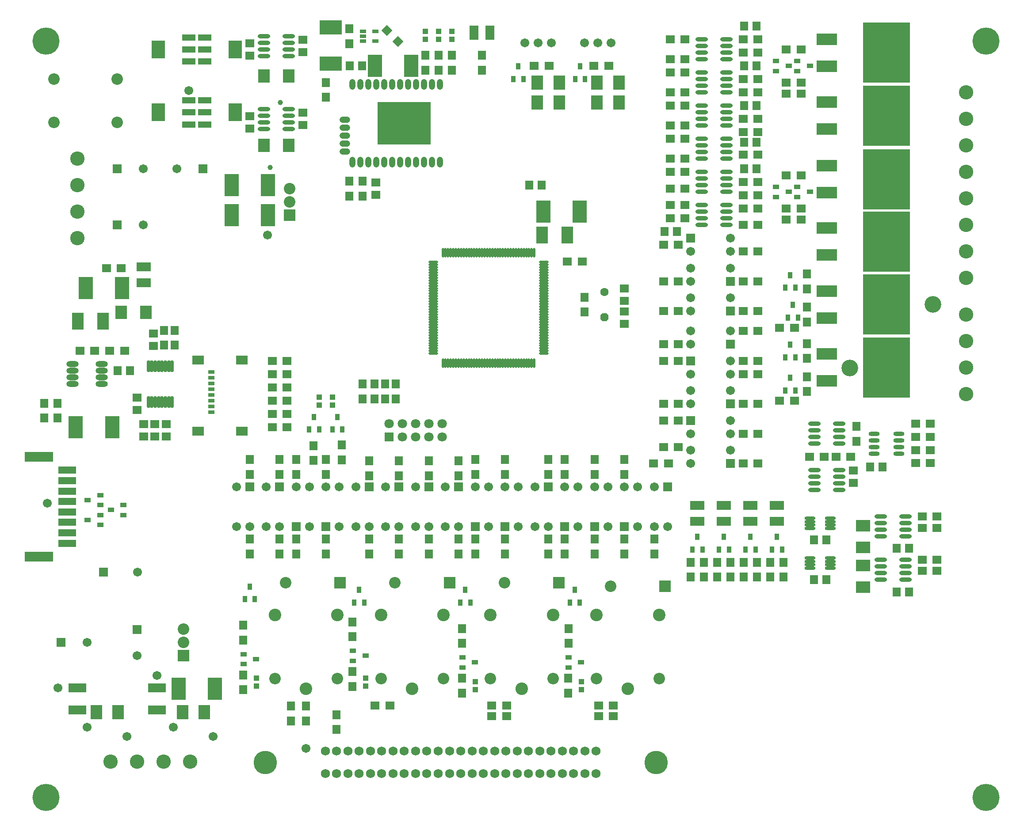
<source format=gts>
G04 Layer_Color=8388736*
%FSAX44Y44*%
%MOMM*%
G71*
G01*
G75*
%ADD116R,1.0032X1.0032*%
%ADD117R,2.8032X1.7032*%
%ADD118R,1.7032X2.8032*%
%ADD119R,2.7032X2.2032*%
%ADD120R,2.2032X2.7032*%
%ADD121R,1.5532X1.7032*%
%ADD122R,1.7032X1.5532*%
%ADD123R,1.6532X1.5532*%
%ADD124R,1.5532X1.6532*%
%ADD125R,2.8032X4.3032*%
%ADD126R,4.3032X2.8032*%
%ADD127R,0.9032X1.2032*%
%ADD128O,2.1032X0.8032*%
%ADD129O,2.3532X1.1032*%
%ADD130R,2.3032X3.1932*%
%ADD131O,2.4032X0.8032*%
%ADD132P,2.1258X4X270.0*%
%ADD133R,1.2032X0.9032*%
G04:AMPARAMS|DCode=134|XSize=1.2032mm|YSize=2.0532mm|CornerRadius=0.6016mm|HoleSize=0mm|Usage=FLASHONLY|Rotation=0.000|XOffset=0mm|YOffset=0mm|HoleType=Round|Shape=RoundedRectangle|*
%AMROUNDEDRECTD134*
21,1,1.2032,0.8500,0,0,0.0*
21,1,0.0000,2.0532,0,0,0.0*
1,1,1.2032,0.0000,-0.4250*
1,1,1.2032,0.0000,-0.4250*
1,1,1.2032,0.0000,0.4250*
1,1,1.2032,0.0000,0.4250*
%
%ADD134ROUNDEDRECTD134*%
%ADD135R,10.2032X8.2032*%
G04:AMPARAMS|DCode=136|XSize=1.2032mm|YSize=2.0532mm|CornerRadius=0.6016mm|HoleSize=0mm|Usage=FLASHONLY|Rotation=90.000|XOffset=0mm|YOffset=0mm|HoleType=Round|Shape=RoundedRectangle|*
%AMROUNDEDRECTD136*
21,1,1.2032,0.8500,0,0,90.0*
21,1,0.0000,2.0532,0,0,90.0*
1,1,1.2032,0.4250,0.0000*
1,1,1.2032,0.4250,0.0000*
1,1,1.2032,-0.4250,0.0000*
1,1,1.2032,-0.4250,0.0000*
%
%ADD136ROUNDEDRECTD136*%
%ADD137R,9.0932X11.6332*%
%ADD138R,4.0132X2.2332*%
%ADD139R,2.2032X1.7032*%
%ADD140R,1.2532X0.8032*%
%ADD141R,1.2032X0.8032*%
%ADD142O,2.1032X0.6132*%
%ADD143R,5.5032X1.9032*%
%ADD144R,3.4032X1.4032*%
%ADD145R,3.4032X1.7032*%
%ADD146O,0.5032X1.8532*%
%ADD147O,1.8532X0.5032*%
%ADD148R,2.6032X3.5032*%
%ADD149R,2.6032X1.2032*%
%ADD150O,0.6532X2.3032*%
%ADD151R,2.3032X2.5032*%
%ADD152C,2.2032*%
%ADD153R,1.7032X1.7032*%
%ADD154C,1.7032*%
%ADD155R,1.7032X1.7032*%
%ADD156C,2.4032*%
%ADD157R,2.2032X2.2032*%
%ADD158R,2.2032X2.2032*%
%ADD159C,1.6032*%
%ADD160P,1.7353X8X112.5*%
%ADD161C,5.2032*%
%ADD162C,2.7432*%
%ADD163C,1.7272*%
%ADD164C,4.4932*%
%ADD165R,1.8032X1.8032*%
%ADD166C,1.8032*%
%ADD167C,1.0032*%
%ADD168C,3.2032*%
D116*
X01352550Y01793120D02*
D03*
Y01778120D02*
D03*
X01327150D02*
D03*
Y01793120D02*
D03*
X01301750D02*
D03*
Y01778120D02*
D03*
X01123950Y01077080D02*
D03*
Y01092080D02*
D03*
X01397000Y00532250D02*
D03*
Y00547250D02*
D03*
X00977900Y00553600D02*
D03*
Y00538600D02*
D03*
X01187450D02*
D03*
Y00553600D02*
D03*
X01098550Y01077080D02*
D03*
Y01092080D02*
D03*
X01600200Y00532250D02*
D03*
Y00547250D02*
D03*
D117*
X01974850Y00854950D02*
D03*
Y00884950D02*
D03*
X01822450Y00854950D02*
D03*
Y00884950D02*
D03*
X01873250Y00854950D02*
D03*
Y00884950D02*
D03*
X01924050Y00854950D02*
D03*
Y00884950D02*
D03*
X00762000Y01342150D02*
D03*
Y01312150D02*
D03*
D118*
X01424700Y01790700D02*
D03*
X01394700D02*
D03*
D119*
X02139950Y00804500D02*
D03*
Y00846500D02*
D03*
Y00770300D02*
D03*
Y00728300D02*
D03*
D120*
X01630000Y01695450D02*
D03*
X01672000D02*
D03*
X01557700D02*
D03*
X01515700D02*
D03*
X01672000Y01657350D02*
D03*
X01630000D02*
D03*
X01515700D02*
D03*
X01557700D02*
D03*
X00713150Y00488950D02*
D03*
X00671150D02*
D03*
X00836250D02*
D03*
X00878250D02*
D03*
D121*
X00801370Y01220750D02*
D03*
Y01192250D02*
D03*
X00821690Y01192250D02*
D03*
Y01220750D02*
D03*
X01155700Y01770100D02*
D03*
Y01798600D02*
D03*
X01022350Y00944600D02*
D03*
Y00973100D02*
D03*
Y00820700D02*
D03*
Y00792200D02*
D03*
X01835150Y00776250D02*
D03*
Y00747750D02*
D03*
X01962150Y00747750D02*
D03*
Y00776250D02*
D03*
X01987550Y00776250D02*
D03*
Y00747750D02*
D03*
X01809750Y00747750D02*
D03*
Y00776250D02*
D03*
X01860550Y00747750D02*
D03*
Y00776250D02*
D03*
X01885950Y00776250D02*
D03*
Y00747750D02*
D03*
X01911350Y00747750D02*
D03*
Y00776250D02*
D03*
X01936750Y00776250D02*
D03*
Y00747750D02*
D03*
X01606550Y01284250D02*
D03*
Y01255750D02*
D03*
X01141730Y00972540D02*
D03*
Y01001040D02*
D03*
X01308100Y00942060D02*
D03*
Y00970560D02*
D03*
X01308092Y00820700D02*
D03*
Y00792200D02*
D03*
X01371600Y00649250D02*
D03*
Y00620750D02*
D03*
Y00525500D02*
D03*
Y00554000D02*
D03*
X01244600Y01089380D02*
D03*
Y01117880D02*
D03*
X01224280Y01089380D02*
D03*
Y01117880D02*
D03*
X01203960Y01089380D02*
D03*
Y01117880D02*
D03*
X01181100Y01089380D02*
D03*
Y01117880D02*
D03*
Y01478000D02*
D03*
Y01506500D02*
D03*
X02032000Y01103350D02*
D03*
Y01131850D02*
D03*
Y01195350D02*
D03*
Y01166850D02*
D03*
Y01236700D02*
D03*
Y01265200D02*
D03*
Y01328700D02*
D03*
Y01300200D02*
D03*
X02127250Y01036600D02*
D03*
Y01008100D02*
D03*
X01352550Y01747800D02*
D03*
Y01719300D02*
D03*
X01327150Y01747800D02*
D03*
Y01719300D02*
D03*
X01301750Y01747800D02*
D03*
Y01719300D02*
D03*
X01155700Y01506500D02*
D03*
Y01478000D02*
D03*
X00952500Y00531850D02*
D03*
Y00560350D02*
D03*
Y00655600D02*
D03*
Y00627100D02*
D03*
X01193792Y00820700D02*
D03*
Y00792200D02*
D03*
X01193800Y00942060D02*
D03*
Y00970560D02*
D03*
X01162050Y00538200D02*
D03*
Y00566700D02*
D03*
Y00661950D02*
D03*
Y00633450D02*
D03*
X01054092Y00944600D02*
D03*
Y00973100D02*
D03*
X01250942Y00820700D02*
D03*
Y00792200D02*
D03*
X01054092Y00820700D02*
D03*
Y00792200D02*
D03*
X01250950Y00942060D02*
D03*
Y00970560D02*
D03*
X01409700Y01747800D02*
D03*
Y01719300D02*
D03*
X01087120Y00971270D02*
D03*
Y00999770D02*
D03*
X00965192Y00820700D02*
D03*
Y00792200D02*
D03*
Y00944600D02*
D03*
Y00973100D02*
D03*
X01574800Y00525500D02*
D03*
Y00554000D02*
D03*
X01576070Y00649250D02*
D03*
Y00620750D02*
D03*
X01365242Y00820700D02*
D03*
Y00792200D02*
D03*
X01365250Y00942060D02*
D03*
Y00970560D02*
D03*
X01625600Y00944600D02*
D03*
Y00973100D02*
D03*
Y00820700D02*
D03*
Y00792200D02*
D03*
X01536700Y00820700D02*
D03*
Y00792200D02*
D03*
Y00944600D02*
D03*
Y00973100D02*
D03*
X01682750Y00944600D02*
D03*
Y00973100D02*
D03*
Y00820700D02*
D03*
Y00792200D02*
D03*
X01568450Y00944600D02*
D03*
Y00973100D02*
D03*
Y00820700D02*
D03*
Y00792200D02*
D03*
X01739900Y00792200D02*
D03*
Y00820700D02*
D03*
X01397000Y00944600D02*
D03*
Y00973100D02*
D03*
X01454150Y00944600D02*
D03*
Y00973100D02*
D03*
X01397000Y00820700D02*
D03*
Y00792200D02*
D03*
X01454150Y00820700D02*
D03*
Y00792200D02*
D03*
X01111250Y00944600D02*
D03*
Y00973100D02*
D03*
Y00820700D02*
D03*
Y00792200D02*
D03*
X00596900Y01081050D02*
D03*
Y01052550D02*
D03*
X00571500Y01081050D02*
D03*
Y01052550D02*
D03*
X01131570Y00484150D02*
D03*
Y00455650D02*
D03*
X01043940Y00500660D02*
D03*
Y00472160D02*
D03*
X01073150Y00500660D02*
D03*
Y00472160D02*
D03*
X01111250Y01695730D02*
D03*
Y01667230D02*
D03*
D122*
X01601750Y01352550D02*
D03*
X01573250D02*
D03*
X01798600Y01460500D02*
D03*
X01770100D02*
D03*
X01909800Y01454150D02*
D03*
X01938300D02*
D03*
X01909800Y01778000D02*
D03*
X01938300D02*
D03*
X01770100D02*
D03*
X01798600D02*
D03*
X01992350Y01758950D02*
D03*
X02020850D02*
D03*
X01992350Y01695450D02*
D03*
X02020850D02*
D03*
X01770100Y01739900D02*
D03*
X01798600D02*
D03*
X01992350Y01673860D02*
D03*
X02020850D02*
D03*
X01909800Y01752600D02*
D03*
X01938300D02*
D03*
X01992350Y01517650D02*
D03*
X02020850D02*
D03*
X01992350Y01454150D02*
D03*
X02020850D02*
D03*
X01992350Y01432560D02*
D03*
X02020850D02*
D03*
X01909800Y01676400D02*
D03*
X01938300D02*
D03*
X01770100Y01714500D02*
D03*
X01798600D02*
D03*
X01979650Y01085850D02*
D03*
X02008150D02*
D03*
X01770100Y01676400D02*
D03*
X01798600D02*
D03*
X01909800Y01701800D02*
D03*
X01938300D02*
D03*
X01979650Y01225550D02*
D03*
X02008150D02*
D03*
X01785900Y01314450D02*
D03*
X01757400D02*
D03*
X01909800D02*
D03*
X01938300D02*
D03*
X01785900Y01384300D02*
D03*
X01757400D02*
D03*
X01938300Y01371600D02*
D03*
X01909800D02*
D03*
X01785900Y01257300D02*
D03*
X01757400D02*
D03*
X01909800D02*
D03*
X01938300D02*
D03*
X02268500Y00990600D02*
D03*
X02240000D02*
D03*
X02036800Y00977900D02*
D03*
X02065300D02*
D03*
X02087600D02*
D03*
X02116100D02*
D03*
X01909800Y01625600D02*
D03*
X01938300D02*
D03*
X01909800Y01600200D02*
D03*
X01938300D02*
D03*
X01909800Y01557020D02*
D03*
X01938300D02*
D03*
X01798600Y01651000D02*
D03*
X01770100D02*
D03*
X02240000Y01016000D02*
D03*
X02268500D02*
D03*
X01798600Y01612900D02*
D03*
X01770100D02*
D03*
X02268500Y01041400D02*
D03*
X02240000D02*
D03*
X01798600Y01587500D02*
D03*
X01770100D02*
D03*
X01798600Y01549400D02*
D03*
X01770100D02*
D03*
X02252700Y00759460D02*
D03*
X02281200D02*
D03*
X02281200Y00781050D02*
D03*
X02252700D02*
D03*
X01938300Y01422400D02*
D03*
X01909800D02*
D03*
X02281200Y00863600D02*
D03*
X02252700D02*
D03*
X01798600Y01435100D02*
D03*
X01770100D02*
D03*
X02281200Y00842010D02*
D03*
X02252700D02*
D03*
X01909800Y01504950D02*
D03*
X01938300D02*
D03*
X01909800Y01479550D02*
D03*
X01938300D02*
D03*
X01798600Y01524000D02*
D03*
X01770100D02*
D03*
X01798600Y01492250D02*
D03*
X01770100D02*
D03*
X01008100Y01060450D02*
D03*
X01036600D02*
D03*
X01008100Y01035050D02*
D03*
X01036600D02*
D03*
X01008100Y01085850D02*
D03*
X01036600D02*
D03*
X01008100Y01111250D02*
D03*
X01036600D02*
D03*
X01008100Y01136650D02*
D03*
X01036600D02*
D03*
X01008100Y01162050D02*
D03*
X01036600D02*
D03*
X02268500Y00966470D02*
D03*
X02240000D02*
D03*
X01624050Y01727200D02*
D03*
X01652550D02*
D03*
X01509750D02*
D03*
X01538250D02*
D03*
X00719100Y01339850D02*
D03*
X00690600D02*
D03*
X01785900Y01193800D02*
D03*
X01757400D02*
D03*
X01938300Y01219200D02*
D03*
X01909800D02*
D03*
X01785900Y01162050D02*
D03*
X01757400D02*
D03*
X01938300Y01136650D02*
D03*
X01909800D02*
D03*
X01785900Y01047750D02*
D03*
X01757400D02*
D03*
X01938300Y01022350D02*
D03*
X01909800D02*
D03*
X01785900Y00996950D02*
D03*
X01757400D02*
D03*
X01909800Y00965200D02*
D03*
X01938300D02*
D03*
X01766850D02*
D03*
X01738350D02*
D03*
X01785900Y01079500D02*
D03*
X01757400D02*
D03*
X01909800D02*
D03*
X01938300D02*
D03*
X00639800Y01181100D02*
D03*
X00668300D02*
D03*
X00696950D02*
D03*
X00725450D02*
D03*
X01938300Y01162050D02*
D03*
X01909800D02*
D03*
X01661440Y00501650D02*
D03*
X01632940D02*
D03*
X01661440Y00481330D02*
D03*
X01632940D02*
D03*
X01456970Y00501650D02*
D03*
X01428470D02*
D03*
X01456970Y00481330D02*
D03*
X01428470D02*
D03*
X01233450Y00501650D02*
D03*
X01204950D02*
D03*
D123*
X00805180Y01040450D02*
D03*
Y01016950D02*
D03*
X00781050Y01214440D02*
D03*
Y01190940D02*
D03*
X00783590Y01016950D02*
D03*
Y01040450D02*
D03*
X00749300Y01091250D02*
D03*
Y01067750D02*
D03*
X00762000Y01040450D02*
D03*
Y01016950D02*
D03*
X01682750Y01300800D02*
D03*
Y01277300D02*
D03*
Y01232850D02*
D03*
Y01256350D02*
D03*
X01206500Y01504000D02*
D03*
Y01480500D02*
D03*
X02120900Y00928050D02*
D03*
Y00951550D02*
D03*
X01066800Y01753550D02*
D03*
Y01777050D02*
D03*
X00965200Y01770700D02*
D03*
Y01747200D02*
D03*
X01066800Y01613850D02*
D03*
Y01637350D02*
D03*
X00965200Y01631000D02*
D03*
Y01607500D02*
D03*
D124*
X01500820Y01498600D02*
D03*
X01524320D02*
D03*
X01912300Y01727200D02*
D03*
X01935800D02*
D03*
X01912300Y01803400D02*
D03*
X01935800D02*
D03*
X02153600Y00958850D02*
D03*
X02177100D02*
D03*
X01912300Y01651000D02*
D03*
X01935800D02*
D03*
X01912300Y01581150D02*
D03*
X01935800D02*
D03*
X01156650Y01727200D02*
D03*
X01180150D02*
D03*
X02045650Y00742950D02*
D03*
X02069150D02*
D03*
X02204400Y00718820D02*
D03*
X02227900D02*
D03*
X02045650Y00819150D02*
D03*
X02069150D02*
D03*
X02204400Y00802640D02*
D03*
X02227900D02*
D03*
X01783400Y01409700D02*
D03*
X01759900D02*
D03*
X01912300Y01530350D02*
D03*
X01935800D02*
D03*
X00712150Y01143000D02*
D03*
X00735650D02*
D03*
D125*
X01204520Y01727200D02*
D03*
X01274520D02*
D03*
X00828600Y00533400D02*
D03*
X00898600D02*
D03*
X00631750Y01035050D02*
D03*
X00701750D02*
D03*
X00650800Y01301750D02*
D03*
X00720800D02*
D03*
X01597100Y01447800D02*
D03*
X01527100D02*
D03*
X01000200Y01441450D02*
D03*
X00930200D02*
D03*
X01000200Y01498600D02*
D03*
X00930200D02*
D03*
D126*
X01120140Y01731570D02*
D03*
Y01801570D02*
D03*
D127*
X01123340Y01030670D02*
D03*
X01142340D02*
D03*
X01132840Y01054670D02*
D03*
X01078890Y01030670D02*
D03*
X01097890D02*
D03*
X01088390Y01054670D02*
D03*
X01588160Y01702500D02*
D03*
X01607160D02*
D03*
X01597660Y01726500D02*
D03*
X01470050Y01702500D02*
D03*
X01489050D02*
D03*
X01479550Y01726500D02*
D03*
X01990750Y01169100D02*
D03*
X02009750D02*
D03*
X02000250Y01193100D02*
D03*
X01990750Y01105600D02*
D03*
X02009750D02*
D03*
X02000250Y01129600D02*
D03*
X01995830Y01245300D02*
D03*
X02014830D02*
D03*
X02005330Y01269300D02*
D03*
X01990750Y01302450D02*
D03*
X02009750D02*
D03*
X02000250Y01326450D02*
D03*
X00965200Y00729550D02*
D03*
X00974700Y00705550D02*
D03*
X00955700D02*
D03*
X01812950Y00800800D02*
D03*
X01831950D02*
D03*
X01822450Y00824800D02*
D03*
X01863750Y00800800D02*
D03*
X01882750D02*
D03*
X01873250Y00824800D02*
D03*
X01914550Y00800800D02*
D03*
X01933550D02*
D03*
X01924050Y00824800D02*
D03*
X01965350Y00800800D02*
D03*
X01984350D02*
D03*
X01974850Y00824800D02*
D03*
X01174750Y00723200D02*
D03*
X01184250Y00699200D02*
D03*
X01165250D02*
D03*
X01368450D02*
D03*
X01387450D02*
D03*
X01377950Y00723200D02*
D03*
X01587500D02*
D03*
X01597000Y00699200D02*
D03*
X01578000D02*
D03*
D128*
X02207900Y00984250D02*
D03*
Y00996950D02*
D03*
Y01009650D02*
D03*
Y01022350D02*
D03*
X02160900Y00984250D02*
D03*
Y00996950D02*
D03*
Y01009650D02*
D03*
Y01022350D02*
D03*
D129*
X00682050Y01117600D02*
D03*
Y01130300D02*
D03*
Y01143000D02*
D03*
Y01155700D02*
D03*
X00626050Y01117600D02*
D03*
Y01130300D02*
D03*
Y01143000D02*
D03*
Y01155700D02*
D03*
D130*
X00684450Y01238250D02*
D03*
X00636350D02*
D03*
X01525350Y01403350D02*
D03*
X01573450D02*
D03*
D131*
X02046100Y01041400D02*
D03*
Y01028700D02*
D03*
Y01016000D02*
D03*
Y01003300D02*
D03*
X02094100Y01041400D02*
D03*
Y01028700D02*
D03*
Y01016000D02*
D03*
Y01003300D02*
D03*
X01878200Y01739900D02*
D03*
Y01752600D02*
D03*
Y01765300D02*
D03*
Y01778000D02*
D03*
X01830200Y01739900D02*
D03*
Y01752600D02*
D03*
Y01765300D02*
D03*
Y01778000D02*
D03*
Y01714500D02*
D03*
Y01701800D02*
D03*
Y01689100D02*
D03*
Y01676400D02*
D03*
X01878200Y01714500D02*
D03*
Y01701800D02*
D03*
Y01689100D02*
D03*
Y01676400D02*
D03*
Y01612900D02*
D03*
Y01625600D02*
D03*
Y01638300D02*
D03*
Y01651000D02*
D03*
X01830200Y01612900D02*
D03*
Y01625600D02*
D03*
Y01638300D02*
D03*
Y01651000D02*
D03*
X02046100Y00952500D02*
D03*
Y00939800D02*
D03*
Y00927100D02*
D03*
Y00914400D02*
D03*
X02094100Y00952500D02*
D03*
Y00939800D02*
D03*
Y00927100D02*
D03*
Y00914400D02*
D03*
X01878200Y01549400D02*
D03*
Y01562100D02*
D03*
Y01574800D02*
D03*
Y01587500D02*
D03*
X01830200Y01549400D02*
D03*
Y01562100D02*
D03*
Y01574800D02*
D03*
Y01587500D02*
D03*
X02221100Y00742950D02*
D03*
Y00755650D02*
D03*
Y00768350D02*
D03*
Y00781050D02*
D03*
X02173100Y00742950D02*
D03*
Y00755650D02*
D03*
Y00768350D02*
D03*
Y00781050D02*
D03*
Y00863600D02*
D03*
Y00850900D02*
D03*
Y00838200D02*
D03*
Y00825500D02*
D03*
X02221100Y00863600D02*
D03*
Y00850900D02*
D03*
Y00838200D02*
D03*
Y00825500D02*
D03*
X01878200Y01422400D02*
D03*
Y01435100D02*
D03*
Y01447800D02*
D03*
Y01460500D02*
D03*
X01830200Y01422400D02*
D03*
Y01435100D02*
D03*
Y01447800D02*
D03*
Y01460500D02*
D03*
X01878200Y01485900D02*
D03*
Y01498600D02*
D03*
Y01511300D02*
D03*
Y01524000D02*
D03*
X01830200Y01485900D02*
D03*
Y01498600D02*
D03*
Y01511300D02*
D03*
Y01524000D02*
D03*
X00992000Y01784350D02*
D03*
Y01771650D02*
D03*
Y01758950D02*
D03*
Y01746250D02*
D03*
X01040000Y01784350D02*
D03*
Y01771650D02*
D03*
Y01758950D02*
D03*
Y01746250D02*
D03*
X00992000Y01644650D02*
D03*
Y01631950D02*
D03*
Y01619250D02*
D03*
Y01606550D02*
D03*
X01040000Y01644650D02*
D03*
Y01631950D02*
D03*
Y01619250D02*
D03*
Y01606550D02*
D03*
D132*
X01248857Y01773743D02*
D03*
X01227644Y01794957D02*
D03*
D133*
X02013650Y01736700D02*
D03*
Y01717700D02*
D03*
X02037650Y01727200D02*
D03*
X01973010Y01736700D02*
D03*
Y01717700D02*
D03*
X01997010Y01727200D02*
D03*
X01973010Y01495400D02*
D03*
Y01476400D02*
D03*
X01997010Y01485900D02*
D03*
X02013650Y01495400D02*
D03*
Y01476400D02*
D03*
X02037650Y01485900D02*
D03*
X00678750Y00847750D02*
D03*
Y00866750D02*
D03*
X00654750Y00857250D02*
D03*
X00678750Y00885850D02*
D03*
Y00904850D02*
D03*
X00654750Y00895350D02*
D03*
X00723200Y00866800D02*
D03*
Y00885800D02*
D03*
X00699200Y00876300D02*
D03*
X00977200Y00590550D02*
D03*
X00953200Y00581050D02*
D03*
Y00600050D02*
D03*
X01186750Y00596900D02*
D03*
X01162750Y00587400D02*
D03*
Y00606400D02*
D03*
X01372300Y00593700D02*
D03*
Y00574700D02*
D03*
X01396300Y00584200D02*
D03*
X01599500D02*
D03*
X01575500Y00574700D02*
D03*
Y00593700D02*
D03*
D134*
X01162050Y01543050D02*
D03*
X01177290D02*
D03*
X01192530D02*
D03*
X01207770D02*
D03*
X01223010D02*
D03*
X01253490D02*
D03*
X01314450D02*
D03*
X01329690D02*
D03*
Y01691750D02*
D03*
X01314450D02*
D03*
X01299210D02*
D03*
X01283970D02*
D03*
X01268730D02*
D03*
X01253490D02*
D03*
X01238250D02*
D03*
X01223010D02*
D03*
X01207770D02*
D03*
X01192530D02*
D03*
X01177290D02*
D03*
X01162050D02*
D03*
X01299210Y01543050D02*
D03*
X01268730D02*
D03*
X01238250D02*
D03*
X01283970D02*
D03*
D135*
X01261050Y01617400D02*
D03*
D136*
X01147350Y01623810D02*
D03*
Y01608570D02*
D03*
Y01593330D02*
D03*
Y01578090D02*
D03*
Y01562850D02*
D03*
D137*
X02184400Y01270000D02*
D03*
Y01149350D02*
D03*
Y01631950D02*
D03*
Y01390650D02*
D03*
Y01752600D02*
D03*
Y01510030D02*
D03*
D138*
X02070100Y01295950D02*
D03*
Y01244050D02*
D03*
Y01175300D02*
D03*
Y01123400D02*
D03*
Y01657900D02*
D03*
Y01606000D02*
D03*
Y01416600D02*
D03*
Y01364700D02*
D03*
Y01778550D02*
D03*
Y01726650D02*
D03*
Y01535980D02*
D03*
Y01484080D02*
D03*
D139*
X00865960Y01027320D02*
D03*
Y01163320D02*
D03*
X00949960Y01027320D02*
D03*
Y01163320D02*
D03*
D140*
X00891260Y01063620D02*
D03*
Y01074620D02*
D03*
Y01085620D02*
D03*
Y01096620D02*
D03*
Y01107620D02*
D03*
Y01118620D02*
D03*
Y01129620D02*
D03*
Y01140620D02*
D03*
D141*
X01205800Y01793850D02*
D03*
Y01774850D02*
D03*
X01181800D02*
D03*
Y01784350D02*
D03*
Y01793850D02*
D03*
D142*
X02037650Y00860650D02*
D03*
Y00854150D02*
D03*
Y00847650D02*
D03*
Y00841150D02*
D03*
X02077150Y00860650D02*
D03*
Y00854150D02*
D03*
Y00847650D02*
D03*
Y00841150D02*
D03*
Y00764950D02*
D03*
Y00771450D02*
D03*
Y00777950D02*
D03*
Y00784450D02*
D03*
X02037650Y00764950D02*
D03*
Y00771450D02*
D03*
Y00777950D02*
D03*
Y00784450D02*
D03*
D143*
X00561150Y00978150D02*
D03*
Y00787150D02*
D03*
D144*
X00615950Y00952500D02*
D03*
Y00932500D02*
D03*
Y00912500D02*
D03*
Y00892500D02*
D03*
Y00872500D02*
D03*
Y00852500D02*
D03*
Y00832500D02*
D03*
Y00812500D02*
D03*
D145*
X00787400Y00535350D02*
D03*
Y00493350D02*
D03*
X00635000Y00535350D02*
D03*
Y00493350D02*
D03*
D146*
X01509900Y01157650D02*
D03*
X01504900D02*
D03*
X01499900D02*
D03*
X01494900D02*
D03*
X01489900D02*
D03*
X01484900D02*
D03*
X01479900D02*
D03*
X01474900D02*
D03*
X01469900D02*
D03*
X01464900D02*
D03*
X01459900D02*
D03*
X01454900D02*
D03*
X01449900D02*
D03*
X01444900D02*
D03*
X01439900D02*
D03*
X01434900D02*
D03*
X01429900D02*
D03*
X01424900D02*
D03*
X01419900D02*
D03*
X01414900D02*
D03*
X01409900D02*
D03*
X01404900D02*
D03*
X01399900D02*
D03*
X01394900D02*
D03*
X01389900D02*
D03*
X01384900D02*
D03*
X01379900D02*
D03*
X01374900D02*
D03*
X01369900D02*
D03*
X01364900D02*
D03*
X01359900D02*
D03*
X01354900D02*
D03*
X01349900D02*
D03*
X01344900D02*
D03*
X01339900D02*
D03*
X01334900D02*
D03*
Y01369650D02*
D03*
X01339900D02*
D03*
X01344900D02*
D03*
X01349900D02*
D03*
X01354900D02*
D03*
X01359900D02*
D03*
X01364900D02*
D03*
X01369900D02*
D03*
X01374900D02*
D03*
X01379900D02*
D03*
X01384900D02*
D03*
X01389900D02*
D03*
X01394900D02*
D03*
X01399900D02*
D03*
X01404900D02*
D03*
X01409900D02*
D03*
X01414900D02*
D03*
X01419900D02*
D03*
X01424900D02*
D03*
X01429900D02*
D03*
X01434900D02*
D03*
X01439900D02*
D03*
X01444900D02*
D03*
X01449900D02*
D03*
X01454900D02*
D03*
X01469900D02*
D03*
X01474900D02*
D03*
X01479900D02*
D03*
X01494900D02*
D03*
X01499900D02*
D03*
X01504900D02*
D03*
X01509900D02*
D03*
X01484900D02*
D03*
X01489900D02*
D03*
X01464900D02*
D03*
X01459900D02*
D03*
D147*
X01316400Y01176150D02*
D03*
Y01181150D02*
D03*
Y01186150D02*
D03*
Y01191150D02*
D03*
Y01196150D02*
D03*
Y01201150D02*
D03*
Y01206150D02*
D03*
Y01216150D02*
D03*
Y01221150D02*
D03*
Y01226150D02*
D03*
Y01231150D02*
D03*
Y01236150D02*
D03*
Y01241150D02*
D03*
Y01246150D02*
D03*
Y01251150D02*
D03*
Y01256150D02*
D03*
Y01261150D02*
D03*
Y01286150D02*
D03*
Y01291150D02*
D03*
Y01296150D02*
D03*
Y01301150D02*
D03*
Y01306150D02*
D03*
Y01311150D02*
D03*
Y01316150D02*
D03*
Y01321150D02*
D03*
Y01326150D02*
D03*
Y01331150D02*
D03*
Y01336150D02*
D03*
Y01341150D02*
D03*
Y01346150D02*
D03*
Y01351150D02*
D03*
X01528400D02*
D03*
Y01346150D02*
D03*
Y01341150D02*
D03*
Y01336150D02*
D03*
Y01331150D02*
D03*
Y01326150D02*
D03*
Y01321150D02*
D03*
Y01316150D02*
D03*
Y01311150D02*
D03*
Y01306150D02*
D03*
Y01301150D02*
D03*
Y01296150D02*
D03*
Y01291150D02*
D03*
Y01286150D02*
D03*
Y01281150D02*
D03*
Y01276150D02*
D03*
Y01271150D02*
D03*
Y01266150D02*
D03*
Y01261150D02*
D03*
Y01256150D02*
D03*
Y01251150D02*
D03*
Y01246150D02*
D03*
Y01241150D02*
D03*
Y01236150D02*
D03*
Y01231150D02*
D03*
Y01226150D02*
D03*
Y01221150D02*
D03*
Y01216150D02*
D03*
Y01211150D02*
D03*
Y01206150D02*
D03*
Y01201150D02*
D03*
Y01196150D02*
D03*
Y01191150D02*
D03*
Y01186150D02*
D03*
Y01181150D02*
D03*
Y01176150D02*
D03*
X01316400Y01211150D02*
D03*
Y01266150D02*
D03*
Y01271150D02*
D03*
Y01276150D02*
D03*
Y01281150D02*
D03*
D148*
X00790150Y01638300D02*
D03*
X00937050D02*
D03*
X00790150Y01758950D02*
D03*
X00937050D02*
D03*
D149*
X00848150Y01661300D02*
D03*
Y01638300D02*
D03*
Y01615300D02*
D03*
X00879050D02*
D03*
Y01638300D02*
D03*
Y01661300D02*
D03*
X00848150Y01781950D02*
D03*
Y01758950D02*
D03*
Y01735950D02*
D03*
X00879050D02*
D03*
Y01758950D02*
D03*
Y01781950D02*
D03*
D150*
X00816500Y01152100D02*
D03*
X00810000D02*
D03*
X00803500D02*
D03*
X00797000D02*
D03*
X00790500D02*
D03*
X00784000D02*
D03*
X00777500D02*
D03*
X00771000D02*
D03*
X00816500Y01083100D02*
D03*
X00810000D02*
D03*
X00803500D02*
D03*
X00797000D02*
D03*
X00790500D02*
D03*
X00784000D02*
D03*
X00777500D02*
D03*
X00771000D02*
D03*
D151*
X00766700Y01254760D02*
D03*
X00719200D02*
D03*
X00992250Y01708150D02*
D03*
X01039750D02*
D03*
Y01574800D02*
D03*
X00992250D02*
D03*
D152*
X00590550Y01701800D02*
D03*
Y01619250D02*
D03*
X00711200Y01701800D02*
D03*
Y01619250D02*
D03*
X01545900Y00553400D02*
D03*
X01425900D02*
D03*
X01749100D02*
D03*
X01629100D02*
D03*
X00838200Y00622300D02*
D03*
Y00647700D02*
D03*
X01655850Y00730250D02*
D03*
X01336350Y00553400D02*
D03*
X01216350D02*
D03*
X01133150D02*
D03*
X01013150D02*
D03*
X01452650Y00736600D02*
D03*
X01243100D02*
D03*
X01033550D02*
D03*
X01041400Y01492250D02*
D03*
Y01466850D02*
D03*
D153*
X00749300Y00647300D02*
D03*
X01308092Y00920750D02*
D03*
X01193792D02*
D03*
X01054092Y00844550D02*
D03*
X01250942Y00920750D02*
D03*
X00965192D02*
D03*
X01365242D02*
D03*
X01536700D02*
D03*
X01397000Y00844550D02*
D03*
X01454150D02*
D03*
X01111250D02*
D03*
X01022350Y00920750D02*
D03*
X01568450Y00844550D02*
D03*
X01625600D02*
D03*
X01682750D02*
D03*
X01765300Y00920750D02*
D03*
D154*
X00749300Y00597300D02*
D03*
X00653650Y00622300D02*
D03*
X01282692Y00920750D02*
D03*
X01308092Y00844550D02*
D03*
X01282692D02*
D03*
X01809750Y01339850D02*
D03*
Y01314450D02*
D03*
X01885950Y01339850D02*
D03*
X01809750Y01371600D02*
D03*
X01885950Y01397000D02*
D03*
Y01371600D02*
D03*
X01809750Y01282700D02*
D03*
Y01257300D02*
D03*
X01885950Y01282700D02*
D03*
X01168392Y00920750D02*
D03*
X01193792Y00844550D02*
D03*
X01168392D02*
D03*
X01079492Y00920750D02*
D03*
X01054092D02*
D03*
X01079492Y00844550D02*
D03*
X01225542Y00920750D02*
D03*
X01250942Y00844550D02*
D03*
X01225542D02*
D03*
X00939792D02*
D03*
X00965192D02*
D03*
X00939792Y00920750D02*
D03*
X01339842D02*
D03*
X01365242Y00844550D02*
D03*
X01339842D02*
D03*
X01809750Y01219200D02*
D03*
Y01193800D02*
D03*
X01885950Y01219200D02*
D03*
X01809750Y01136650D02*
D03*
X01885950Y01162050D02*
D03*
Y01136650D02*
D03*
X01511300Y00844550D02*
D03*
X01536700D02*
D03*
X01511300Y00920750D02*
D03*
X01885950Y00990600D02*
D03*
X01809750Y00965200D02*
D03*
Y00990600D02*
D03*
X01422400Y00920750D02*
D03*
X01397000D02*
D03*
X01422400Y00844550D02*
D03*
X01479550D02*
D03*
X01454150Y00920750D02*
D03*
X01479550D02*
D03*
X01136650D02*
D03*
X01111250D02*
D03*
X01136650Y00844550D02*
D03*
X01543050Y01771650D02*
D03*
X01517650D02*
D03*
X01492250D02*
D03*
X01657350D02*
D03*
X01631950D02*
D03*
X01606550D02*
D03*
X00895350Y00441960D02*
D03*
X00819150Y00459740D02*
D03*
X00730250Y00441960D02*
D03*
X00654050Y00459740D02*
D03*
X01885950Y01022350D02*
D03*
Y01047750D02*
D03*
X01809750Y01022350D02*
D03*
X00996950Y00920750D02*
D03*
X01022350Y00844550D02*
D03*
X00996950D02*
D03*
X01593850D02*
D03*
X01568450Y00920750D02*
D03*
X01593850D02*
D03*
X01651000Y00844550D02*
D03*
X01625600Y00920750D02*
D03*
X01651000D02*
D03*
X01708150D02*
D03*
X01682750D02*
D03*
X01708150Y00844550D02*
D03*
X01739900D02*
D03*
X01765300D02*
D03*
X01739900Y00920750D02*
D03*
X01885950Y01104900D02*
D03*
X01809750Y01079500D02*
D03*
Y01104900D02*
D03*
X00825900Y01530350D02*
D03*
X00761600D02*
D03*
Y01422400D02*
D03*
X00750050Y00756920D02*
D03*
X00577850Y00889000D02*
D03*
X00787400Y00558800D02*
D03*
X00597490Y00535260D02*
D03*
X01073150Y00419100D02*
D03*
X00848360Y01680210D02*
D03*
X00999490Y01403350D02*
D03*
D155*
X00603650Y00622300D02*
D03*
X01885950Y01314450D02*
D03*
X01809750Y01397000D02*
D03*
X01885950Y01257300D02*
D03*
Y01193800D02*
D03*
X01809750Y01162050D02*
D03*
X01885950Y00965200D02*
D03*
X01809750Y01047750D02*
D03*
X01885950Y01079500D02*
D03*
X00875900Y01530350D02*
D03*
X00711600D02*
D03*
Y01422400D02*
D03*
X00685050Y00756920D02*
D03*
D156*
X01545900Y00675400D02*
D03*
X01425900D02*
D03*
X01485900Y00533400D02*
D03*
X01749100Y00675400D02*
D03*
X01629100D02*
D03*
X01689100Y00533400D02*
D03*
X01336350Y00675400D02*
D03*
X01216350D02*
D03*
X01276350Y00533400D02*
D03*
X01133150Y00675400D02*
D03*
X01013150D02*
D03*
X01073150Y00533400D02*
D03*
D157*
X00838200Y00596900D02*
D03*
X01041400Y01441450D02*
D03*
D158*
X01760450Y00730250D02*
D03*
X01557250Y00736600D02*
D03*
X01347700D02*
D03*
X01138150D02*
D03*
D159*
X01644650Y01294400D02*
D03*
D160*
Y01245600D02*
D03*
D161*
X00575000Y01775000D02*
D03*
X02375000D02*
D03*
X00575000Y00325000D02*
D03*
X02375000D02*
D03*
D162*
X00698500Y00393700D02*
D03*
X00800100D02*
D03*
X00749300D02*
D03*
X00850900D02*
D03*
X00635000Y01549400D02*
D03*
Y01447800D02*
D03*
Y01498600D02*
D03*
Y01397000D02*
D03*
X02336800Y01676400D02*
D03*
Y01625600D02*
D03*
Y01320800D02*
D03*
Y01422400D02*
D03*
Y01371600D02*
D03*
Y01473200D02*
D03*
Y01524000D02*
D03*
Y01574800D02*
D03*
Y01250950D02*
D03*
Y01149350D02*
D03*
Y01200150D02*
D03*
Y01098550D02*
D03*
D163*
X01628380Y00371120D02*
D03*
X01153180Y00414020D02*
D03*
X01606780Y00371120D02*
D03*
X01585180D02*
D03*
X01563580D02*
D03*
X01541980D02*
D03*
X01520380D02*
D03*
X01498780D02*
D03*
X01477180D02*
D03*
X01455580D02*
D03*
X01433980D02*
D03*
X01412380D02*
D03*
X01390780D02*
D03*
X01369180D02*
D03*
X01347580D02*
D03*
X01325980D02*
D03*
X01304380D02*
D03*
X01282780D02*
D03*
X01261180D02*
D03*
X01239580D02*
D03*
X01217980D02*
D03*
X01196380D02*
D03*
X01174780D02*
D03*
X01153180D02*
D03*
X01131580D02*
D03*
X01109980D02*
D03*
X01628380Y00414020D02*
D03*
X01606780D02*
D03*
X01585180D02*
D03*
X01563580D02*
D03*
X01541980D02*
D03*
X01520380D02*
D03*
X01498780D02*
D03*
X01477180D02*
D03*
X01455580D02*
D03*
X01433980D02*
D03*
X01412380D02*
D03*
X01390780D02*
D03*
X01369180D02*
D03*
X01347580D02*
D03*
X01325980D02*
D03*
X01304380D02*
D03*
X01282780D02*
D03*
X01261180D02*
D03*
X01239580D02*
D03*
X01217980D02*
D03*
X01196380D02*
D03*
X01174780D02*
D03*
X01109980D02*
D03*
X01131580D02*
D03*
D164*
X00994680Y00392570D02*
D03*
X01743680D02*
D03*
D165*
X01231900Y01016000D02*
D03*
D166*
Y01041400D02*
D03*
X01257300Y01016000D02*
D03*
Y01041400D02*
D03*
X01282700Y01016000D02*
D03*
Y01041400D02*
D03*
X01308100Y01016000D02*
D03*
Y01041400D02*
D03*
X01333500Y01016000D02*
D03*
Y01041400D02*
D03*
D167*
X01004570Y01532890D02*
D03*
X01023620Y01656810D02*
D03*
D168*
X02273300Y01270000D02*
D03*
X02114550Y01148080D02*
D03*
M02*

</source>
